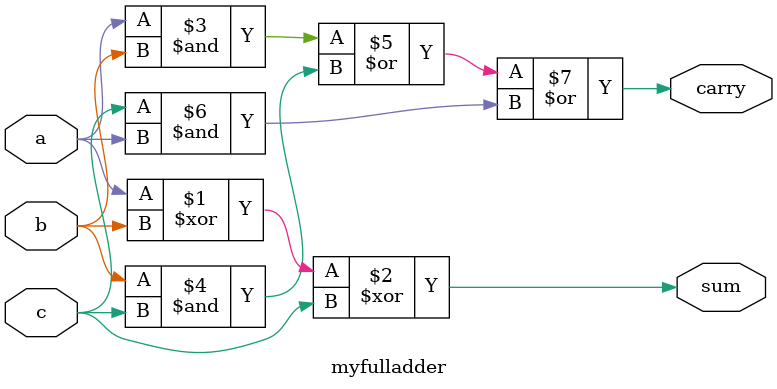
<source format=v>

module myfulladder(
	input a,
	input b,
	input c,
	output sum,
	output carry
	);

//full adder logic
assign sum = a^b^c;
assign carry = ((a&b)|(b&c)|(c&a));

endmodule

</source>
